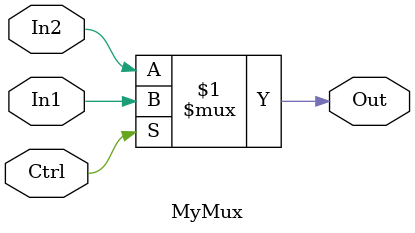
<source format=v>
module Mux_Structural_Description(
	input 	A, B, C,
	output 	F);

MyMux u0(A, B, C, F);
 
endmodule

//Modulo a instanciar
module MyMux(
	input 	In1, In2, Ctrl,
	output 	Out);

assign Out = Ctrl ? In1 : In2; 
	
endmodule 
</source>
